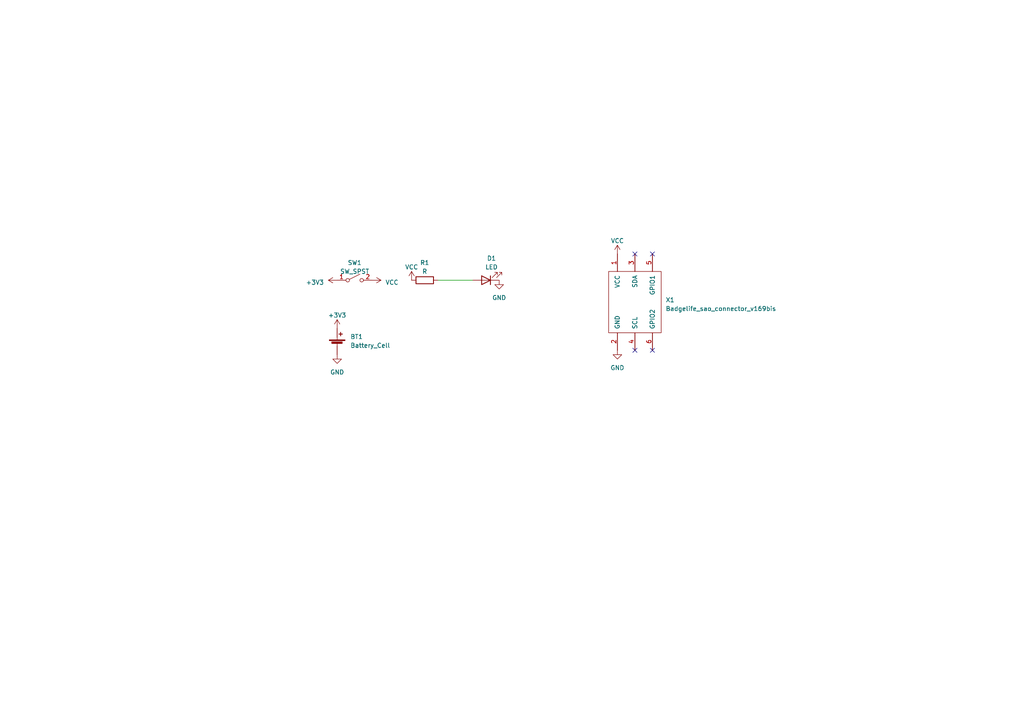
<source format=kicad_sch>
(kicad_sch (version 20230121) (generator eeschema)
  (paper "A4")
  (lib_symbols
    (symbol "BadgePiratesSymbolLibrary:Badgelife_sao_connector_v169bis" (pin_names (offset 1.016))
      (property "Reference" "X" (at 0 0 0))
      (property "Value" "Badgelife_sao_connector_v169bis" (at 0 20.32 0))
      (symbol "Badgelife_sao_connector_v169bis_0_1"
        (rectangle (start -7.62 8.89) (end 7.62 -8.89))
      )
      (symbol "Badgelife_sao_connector_v169bis_1_1"
        (pin input line (at -5.08 13.97 270) (length 5.08) (name "VCC") (number "1"))
        (pin input line (at -5.08 -13.97 90) (length 5.08) (name "GND") (number "2"))
        (pin input line (at 0 13.97 270) (length 5.08) (name "SDA") (number "3"))
        (pin input line (at 0 -13.97 90) (length 5.08) (name "SCL") (number "4"))
        (pin input line (at 5.08 13.97 270) (length 5.08) (name "GPIO1") (number "5"))
        (pin input line (at 5.08 -13.97 90) (length 5.08) (name "GPIO2") (number "6"))
      )
    )
    (symbol "Device:Battery_Cell" (pin_numbers hide) (pin_names (offset 0) hide)
      (property "Reference" "BT" (at 2.54 2.54 0))
      (property "Value" "Battery_Cell" (at 2.54 0 0))
      (symbol "Battery_Cell_0_1"
        (rectangle (start -2.286 1.778) (end 2.286 1.524) (fill (type outline)))
        (rectangle (start -1.5748 1.1938) (end 1.4732 0.6858) (fill (type outline)))
        (polyline (pts (xy 0 0.762) (xy 0 0)))
        (polyline (pts (xy 0 1.778) (xy 0 2.54)))
        (polyline (pts (xy 0.508 3.429) (xy 1.524 3.429)) (stroke (width 0.254)))
        (polyline (pts (xy 1.016 3.937) (xy 1.016 2.921)) (stroke (width 0.254)))
      )
      (symbol "Battery_Cell_1_1"
        (pin passive line (at 0 5.08 270) (length 2.54) (name "+") (number "1"))
        (pin passive line (at 0 -2.54 90) (length 2.54) (name "-") (number "2"))
      )
    )
    (symbol "Device:LED" (pin_numbers hide) (pin_names (offset 1.016) hide)
      (property "Reference" "D" (at 0 2.54 0))
      (property "Value" "LED" (at 0 -2.54 0))
      (symbol "LED_0_1"
        (polyline (pts (xy -1.27 -1.27) (xy -1.27 1.27)) (stroke (width 0.254)))
        (polyline (pts (xy -1.27 0) (xy 1.27 0)))
        (polyline (pts (xy 1.27 -1.27) (xy 1.27 1.27) (xy -1.27 0) (xy 1.27 -1.27)) (stroke (width 0.254)))
        (polyline (pts (xy -3.048 -0.762) (xy -4.572 -2.286) (xy -3.81 -2.286) (xy -4.572 -2.286) (xy -4.572 -1.524)))
        (polyline (pts (xy -1.778 -0.762) (xy -3.302 -2.286) (xy -2.54 -2.286) (xy -3.302 -2.286) (xy -3.302 -1.524)))
      )
      (symbol "LED_1_1"
        (pin passive line (at -3.81 0 0) (length 2.54) (name "K") (number "1"))
        (pin passive line (at 3.81 0 180) (length 2.54) (name "A") (number "2"))
      )
    )
    (symbol "Device:R" (pin_numbers hide) (pin_names (offset 0))
      (property "Reference" "R" (at 2.032 0 90))
      (property "Value" "R" (at 0 0 90))
      (symbol "R_0_1"
        (rectangle (start -1.016 -2.54) (end 1.016 2.54) (stroke (width 0.254)))
      )
      (symbol "R_1_1"
        (pin passive line (at 0 3.81 270) (length 1.27) (name "~") (number "1"))
        (pin passive line (at 0 -3.81 90) (length 1.27) (name "~") (number "2"))
      )
    )
    (symbol "Switch:SW_SPST" (pin_names (offset 0) hide)
      (property "Reference" "SW" (at 0 3.175 0))
      (property "Value" "SW_SPST" (at 0 -2.54 0))
      (symbol "SW_SPST_0_0"
        (circle (center -2.032 0) (radius 0.508))
        (polyline (pts (xy -1.524 0.254) (xy 1.524 1.778)))
        (circle (center 2.032 0) (radius 0.508))
      )
      (symbol "SW_SPST_1_1"
        (pin passive line (at -5.08 0 0) (length 2.54) (name "A") (number "1"))
        (pin passive line (at 5.08 0 180) (length 2.54) (name "B") (number "2"))
      )
    )
    (symbol "power:+3V3" (power) (pin_names (offset 0))
      (property "Value" "+3V3" (at 0 3.556 0))
      (symbol "+3V3_0_1"
        (polyline (pts (xy -0.762 1.27) (xy 0 2.54)))
        (polyline (pts (xy 0 0) (xy 0 2.54)))
        (polyline (pts (xy 0 2.54) (xy 0.762 1.27)))
      )
      (symbol "+3V3_1_1"
        (pin power_in line (at 0 0 90) (length 0) hide (name "+3V3") (number "1"))
      )
    )
    (symbol "power:GND" (power) (pin_names (offset 0))
      (property "Value" "GND" (at 0 -3.81 0))
      (symbol "GND_0_1"
        (polyline (pts (xy 0 0) (xy 0 -1.27) (xy 1.27 -1.27) (xy 0 -2.54) (xy -1.27 -1.27) (xy 0 -1.27)))
      )
      (symbol "GND_1_1"
        (pin power_in line (at 0 0 270) (length 0) hide (name "GND") (number "1"))
      )
    )
    (symbol "power:VCC" (power) (pin_names (offset 0))
      (property "Value" "VCC" (at 0 3.81 0))
      (symbol "VCC_0_1"
        (polyline (pts (xy -0.762 1.27) (xy 0 2.54)))
        (polyline (pts (xy 0 0) (xy 0 2.54)))
        (polyline (pts (xy 0 2.54) (xy 0.762 1.27)))
      )
      (symbol "VCC_1_1"
        (pin power_in line (at 0 0 90) (length 0) hide (name "VCC") (number "1"))
      )
    )
  )
  (no_connect (at 189.23 73.66))
  (no_connect (at 189.23 101.6))
  (no_connect (at 184.15 73.66))
  (no_connect (at 184.15 101.6))
  (wire (pts (xy 127 81.28) (xy 137.16 81.28)))
  (symbol (lib_id "power:VCC") (at 107.95 81.28 270) (unit 1)
    (property "Reference" "#PWR03" (effects hide))
    (property "Value" "VCC" (at 111.76 81.915 90) (effects (justify left)))
  )
  (symbol (lib_id "Device:Battery_Cell") (at 97.79 100.33 0) (unit 1)
    (property "Reference" "BT1" (at 101.6 97.663 0) (effects (justify left)))
    (property "Value" "Battery_Cell" (at 101.6 100.203 0) (effects (justify left)))
    (property "Footprint" "BadgePirates:2032 Through Hold Holder" (effects hide))
  )
  (symbol (lib_id "Device:R") (at 123.19 81.28 90) (unit 1)
    (property "Reference" "R1" (at 123.19 76.2 90))
    (property "Value" "R" (at 123.19 78.74 90))
    (property "Footprint" "BadgePirates:R_Box_L13.0mm_W4.0mm_P9.00mm" (effects hide))
  )
  (symbol (lib_id "power:+3V3") (at 97.79 81.28 90) (unit 1)
    (property "Reference" "#PWR02" (effects hide))
    (property "Value" "+3V3" (at 93.98 81.915 90) (effects (justify left)))
  )
  (symbol (lib_id "power:VCC") (at 119.38 81.28 0) (unit 1)
    (property "Reference" "#PWR04" (effects hide))
    (property "Value" "VCC" (at 119.38 77.47 0))
  )
  (symbol (lib_id "power:GND") (at 97.79 102.87 0) (unit 1)
    (property "Reference" "#PWR06" (effects hide))
    (property "Value" "GND" (at 97.79 107.95 0))
  )
  (symbol (lib_id "Device:LED") (at 140.97 81.28 180) (unit 1)
    (property "Reference" "D1" (at 142.5575 74.93 0))
    (property "Value" "LED" (at 142.5575 77.47 0))
    (property "Footprint" "BadgePirates:LED_D5.0mm" (effects hide))
  )
  (symbol (lib_id "Switch:SW_SPST") (at 102.87 81.28 0) (unit 1)
    (property "Reference" "SW1" (at 102.87 76.2 0))
    (property "Value" "SW_SPST" (at 102.87 78.74 0))
    (property "Footprint" "BadgePirates:SW_Slide_1P2T_CK_TH" (effects hide))
  )
  (symbol (lib_id "power:GND") (at 179.07 101.6 0) (unit 1)
    (property "Reference" "#PWR08" (effects hide))
    (property "Value" "GND" (at 179.07 106.68 0))
  )
  (symbol (lib_id "power:GND") (at 144.78 81.28 0) (unit 1)
    (property "Reference" "#PWR07" (effects hide))
    (property "Value" "GND" (at 144.78 86.36 0))
  )
  (symbol (lib_id "power:+3V3") (at 97.79 95.25 0) (unit 1)
    (property "Reference" "#PWR01" (effects hide))
    (property "Value" "+3V3" (at 97.79 91.44 0))
  )
  (symbol (lib_id "BadgePiratesSymbolLibrary:Badgelife_sao_connector_v169bis") (at 184.15 87.63 0) (unit 1)
    (property "Reference" "X1" (at 193.04 86.995 0) (effects (justify left)))
    (property "Value" "Badgelife_sao_connector_v169bis" (at 193.04 89.535 0) (effects (justify left)))
    (property "Footprint" "BadgePirates:Badgelife-SAOv169-SAO_Side_B.SLK" (effects hide))
  )
  (symbol (lib_id "power:VCC") (at 179.07 73.66 0) (unit 1)
    (property "Reference" "#PWR05" (effects hide))
    (property "Value" "VCC" (at 179.07 69.85 0))
  )
)
</source>
